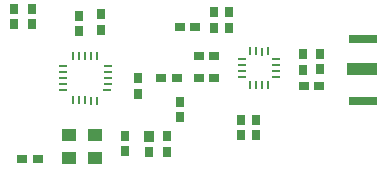
<source format=gbr>
%FSLAX34Y34*%
%MOMM*%
%LNSMDMASK_TOP*%
G71*
G01*
%ADD10R, 0.90X0.80*%
%ADD11R, 0.80X0.90*%
%ADD12R, 1.30X1.10*%
%ADD13R, 2.50X1.00*%
%ADD14R, 2.40X0.65*%
%ADD15R, 0.25X0.70*%
%ADD16R, 0.70X0.25*%
%LPD*%
X100618Y-137164D02*
G54D10*
D03*
X87550Y-137160D02*
G54D10*
D03*
X174092Y-117730D02*
G54D11*
D03*
X174090Y-130800D02*
G54D11*
D03*
X95177Y-23481D02*
G54D11*
D03*
X95177Y-10410D02*
G54D11*
D03*
X80290Y-23481D02*
G54D11*
D03*
X80290Y-10410D02*
G54D11*
D03*
X154013Y-15191D02*
G54D11*
D03*
X154008Y-28262D02*
G54D11*
D03*
X249350Y-13260D02*
G54D11*
D03*
X249341Y-26326D02*
G54D11*
D03*
X262050Y-13260D02*
G54D11*
D03*
X262041Y-26326D02*
G54D11*
D03*
X126740Y-117460D02*
G54D12*
D03*
X149290Y-136890D02*
G54D12*
D03*
X135240Y-16220D02*
G54D11*
D03*
X135238Y-29288D02*
G54D11*
D03*
G36*
X190590Y-113860D02*
X198590Y-113860D01*
X198590Y-122860D01*
X190590Y-122860D01*
X190590Y-113860D01*
G37*
X194590Y-131431D02*
G54D11*
D03*
X209477Y-118360D02*
G54D11*
D03*
X209477Y-131431D02*
G54D11*
D03*
X220606Y-89083D02*
G54D11*
D03*
X220604Y-102154D02*
G54D11*
D03*
X185466Y-69224D02*
G54D11*
D03*
X185464Y-82295D02*
G54D11*
D03*
X218175Y-69262D02*
G54D10*
D03*
X205105Y-69260D02*
G54D10*
D03*
X249925Y-69262D02*
G54D10*
D03*
X236855Y-69260D02*
G54D10*
D03*
X249925Y-50212D02*
G54D10*
D03*
X236850Y-50210D02*
G54D10*
D03*
X272786Y-104566D02*
G54D11*
D03*
X272784Y-117637D02*
G54D11*
D03*
X285486Y-104566D02*
G54D11*
D03*
X285484Y-117637D02*
G54D11*
D03*
X325187Y-61781D02*
G54D11*
D03*
X325187Y-48710D02*
G54D11*
D03*
X338825Y-75612D02*
G54D10*
D03*
X325755Y-75610D02*
G54D10*
D03*
X339447Y-61580D02*
G54D11*
D03*
X339447Y-48510D02*
G54D11*
D03*
X374840Y-61750D02*
G54D13*
D03*
X375490Y-35750D02*
G54D14*
D03*
X375490Y-88730D02*
G54D14*
D03*
X233780Y-26187D02*
G54D10*
D03*
X220710Y-26185D02*
G54D10*
D03*
X295344Y-46421D02*
G54D15*
D03*
X290423Y-46602D02*
G54D15*
D03*
X285386Y-46418D02*
G54D15*
D03*
X280441Y-46510D02*
G54D15*
D03*
X280484Y-74662D02*
G54D15*
D03*
X285478Y-74807D02*
G54D15*
D03*
X290514Y-74624D02*
G54D15*
D03*
X295459Y-74807D02*
G54D15*
D03*
X130413Y-87968D02*
G54D15*
D03*
X135554Y-87968D02*
G54D15*
D03*
X140484Y-87968D02*
G54D15*
D03*
X145413Y-88109D02*
G54D15*
D03*
X150413Y-88039D02*
G54D15*
D03*
X150525Y-49976D02*
G54D15*
D03*
X145566Y-49932D02*
G54D15*
D03*
X140639Y-49922D02*
G54D15*
D03*
X135632Y-49955D02*
G54D15*
D03*
X130624Y-49952D02*
G54D15*
D03*
X302088Y-68036D02*
G54D16*
D03*
X301870Y-62994D02*
G54D16*
D03*
X302053Y-58049D02*
G54D16*
D03*
X301972Y-53069D02*
G54D16*
D03*
X273758Y-53195D02*
G54D16*
D03*
X273782Y-58176D02*
G54D16*
D03*
X273767Y-63197D02*
G54D16*
D03*
X273814Y-68141D02*
G54D16*
D03*
X159520Y-79003D02*
G54D16*
D03*
X159533Y-74011D02*
G54D16*
D03*
X159539Y-69054D02*
G54D16*
D03*
X159578Y-64070D02*
G54D16*
D03*
X159542Y-59064D02*
G54D16*
D03*
X121532Y-58972D02*
G54D16*
D03*
X121493Y-63962D02*
G54D16*
D03*
X121516Y-68953D02*
G54D16*
D03*
X121558Y-73891D02*
G54D16*
D03*
X121516Y-78895D02*
G54D16*
D03*
X149020Y-117340D02*
G54D12*
D03*
X126871Y-137093D02*
G54D12*
D03*
M02*

</source>
